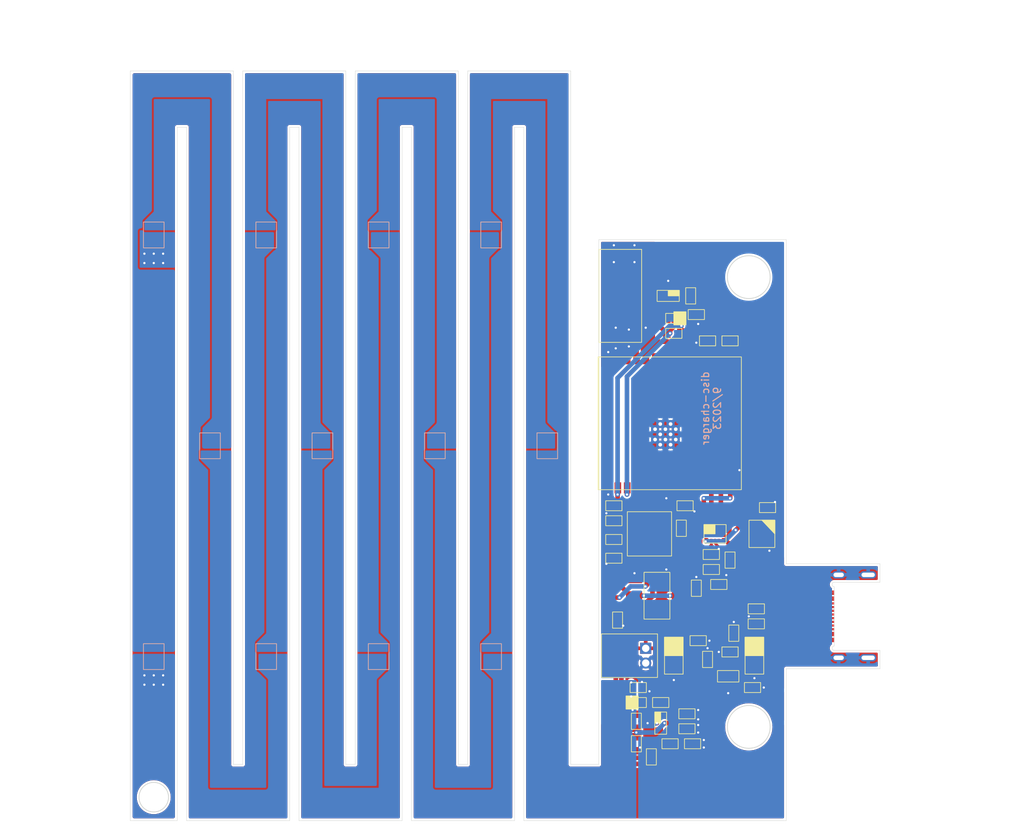
<source format=kicad_pcb>
(kicad_pcb (version 20221018) (generator pcbnew)
  (layers (0 "F.Cu" signal) (31 "B.Cu" signal) (34 "B.Paste" user) (35 "F.Paste" user) (36 "B.SilkS" user "B.Silkscreen") (37 "F.SilkS" user "F.Silkscreen") (38 "B.Mask" user) (39 "F.Mask" user) (44 "Edge.Cuts" user))
  (net 0 "")
  (net 1 "GND")
  (net 2 "+3V3")
  (net 3 "/Microcontroller/BTN")
  (net 4 "+5V")
  (net 5 "VBAT")
  (net 6 "Net-(D12-A)")
  (net 7 "/Microcontroller/IO0")
  (net 8 "/Microcontroller/RXD")
  (net 9 "/Microcontroller/TXD")
  (net 10 "Net-(D1-VP)")
  (net 11 "/Microcontroller/EN")
  (net 12 "Net-(U6-SW)")
  (net 13 "Net-(D11-A)")
  (net 14 "Net-(D13-A)")
  (net 15 "Net-(D17-K)")
  (net 16 "Net-(D10-A)")
  (net 17 "Net-(D10-K)")
  (net 18 "Net-(D11-K)")
  (net 19 "Net-(D12-K)")
  (net 20 "Net-(D13-K)")
  (net 21 "Net-(D14-K)")
  (net 22 "Net-(D15-K)")
  (net 23 "Net-(D16-K)")
  (net 24 "Net-(J1-P2)")
  (net 25 "Net-(J2-CC1)")
  (net 29 "Net-(J2-CC2)")
  (net 33 "Net-(U2-SCx)")
  (net 34 "Net-(U2-SDx)")
  (net 35 "Net-(U5-PROG)")
  (net 36 "/LEDs/CTRL")
  (net 37 "Net-(U6-OV)")
  (net 38 "Net-(U6-FB)")
  (net 39 "/LEDs/DIM")
  (net 40 "/Microcontroller/5V")
  (net 41 "/Microcontroller/BAT")
  (net 58 "/Microcontroller/NEOPIXEL")
  (net 59 "/Microcontroller/MISO")
  (net 60 "/Microcontroller/INT1")
  (net 61 "/Microcontroller/INT2")
  (net 64 "/Microcontroller/CS")
  (net 65 "/Microcontroller/SCLK")
  (net 66 "/Microcontroller/MOSI")
  (footprint "zandmd:AP3032KTR-G1" (layer "F.Cu") (at 173.482 139.192 -90)
    (fp_text reference "U6")
    (fp_text value "AP3032KTR-G1")
  )
  (footprint "zandmd:PASSIVE-NPOL-0805" (layer "F.Cu") (at 170.18 138.938 90)
    (fp_text reference "R13")
    (fp_text value "0")
  )
  (footprint "zandmd:PASSIVE-NPOL-0805" (layer "F.Cu") (at 176.276 112.776 -90)
    (fp_text reference "R6")
    (fp_text value "5.1k")
  )
  (footprint "zandmd:PASSIVE-NPOL-0805" (layer "F.Cu") (at 181.356 120.396 180)
    (fp_text reference "C7")
    (fp_text value "0.1 uF")
  )
  (footprint "zandmd:PASSIVE-NPOL-0805" (layer "F.Cu") (at 182.88 117.094 90)
    (fp_text reference "C6")
    (fp_text value "0.1 uF")
  )
  (footprint "zandmd:PASSIVE-NPOL-0805" (layer "F.Cu") (at 178.562 128.016 180)
    (fp_text reference "C11")
    (fp_text value "1 uF")
  )
  (footprint "zandmd:PASSIVE-NPOL-0805" (layer "F.Cu") (at 182.88 87.376)
    (fp_text reference "R4")
    (fp_text value "5.1k")
  )
  (footprint "zandmd:PASSIVE-NPOL-0805" (layer "F.Cu") (at 179.832 87.376)
    (fp_text reference "R3")
    (fp_text value "10k")
  )
  (footprint "zandmd:PASSIVE-NPOL-0805" (layer "F.Cu") (at 170.434 134.366 180)
    (fp_text reference "C13")
    (fp_text value "1 uF")
  )
  (footprint "zandmd:ESP32-WROOM-32E-N4" (layer "F.Cu") (at 165.1 98.552 90)
    (fp_text reference "U1")
    (fp_text value "ESP32-WROOM-32E-N4")
  )
  (footprint "zandmd:PASSIVE-NPOL-0805" (layer "F.Cu") (at 186.436 123.698)
    (fp_text reference "R10")
    (fp_text value "5.1k")
  )
  (footprint "zandmd:PASSIVE-NPOL-0805" (layer "F.Cu") (at 177.038 137.922 180)
    (fp_text reference "C15")
    (fp_text value "10 uF")
  )
  (footprint "zandmd:PASSIVE-POL-0805" (layer "F.Cu") (at 175.26 84.328 180)
    (fp_text reference "D2")
    (fp_text value "~")
  )
  (footprint "zandmd:PASSIVE-NPOL-0805" (layer "F.Cu") (at 187.96 109.982 180)
    (fp_text reference "C3")
    (fp_text value "0.1 uF")
  )
  (footprint "zandmd:PASSIVE-NPOL-0805" (layer "F.Cu") (at 173.482 136.398 180)
    (fp_text reference "L1")
    (fp_text value "6.8 uH")
  )
  (footprint "zandmd:CF25081D0R0-10-NH" (layer "F.Cu") (at 165.1 81.28 -90)
    (fp_text reference "J1")
    (fp_text value "CF25081D0R0-10-NH")
  )
  (footprint "zandmd:SMAJ5.0A" (layer "F.Cu") (at 175.26 130.048 -90)
    (fp_text reference "D3")
    (fp_text value "SMAJ5.0A")
  )
  (footprint "zandmd:PASSIVE-NPOL-0805" (layer "F.Cu") (at 174.752 141.986 180)
    (fp_text reference "R16")
    (fp_text value "5.1k")
  )
  (footprint "zandmd:LSM6DSOTR" (layer "F.Cu") (at 180.848 113.538)
    (fp_text reference "U2")
    (fp_text value "LSM6DSOTR")
  )
  (footprint "zandmd:PASSIVE-NPOL-0805" (layer "F.Cu") (at 167.132 111.76)
    (fp_text reference "C4")
    (fp_text value "22 uF")
  )
  (footprint "zandmd:PASSIVE-NPOL-0805" (layer "F.Cu") (at 180.34 116.332 180)
    (fp_text reference "R8")
    (fp_text value "10k")
  )
  (footprint "zandmd:PASSIVE-NPOL-0805" (layer "F.Cu") (at 183.388 127 -90)
    (fp_text reference "C10")
    (fp_text value "1 uF")
  )
  (footprint "zandmd:PASSIVE-NPOL-0805" (layer "F.Cu") (at 182.88 129.54)
    (fp_text reference "C12")
    (fp_text value "1 uF")
  )
  (footprint "zandmd:PASSIVE-NPOL-0805" (layer "F.Cu") (at 172.212 143.764 -90)
    (fp_text reference "R18")
    (fp_text value "100k")
  )
  (footprint "zandmd:PASSIVE-NPOL-0805" (layer "F.Cu") (at 167.132 116.84)
    (fp_text reference "C5")
    (fp_text value "0.1 uF")
  )
  (footprint "zandmd:PASSIVE-NPOL-0805" (layer "F.Cu") (at 177.546 81.28 -90)
    (fp_text reference "R1")
    (fp_text value "10k")
  )
  (footprint "zandmd:PASSIVE-NPOL-0805" (layer "F.Cu") (at 167.64 125.222 90)
    (fp_text reference "C9")
    (fp_text value "10 uF")
  )
  (footprint "zandmd:2659" (layer "F.Cu") (at 187.198 113.538 90)
    (fp_text reference "U3")
    (fp_text value "2659")
  )
  (footprint "zandmd:USB4520-03-0-A" (layer "F.Cu") (at 203.2 124.714 90)
    (fp_text reference "J2")
    (fp_text value "USB4520-03-0-A")
    (fp_line (start -4.62 0) (end -4.62 -6.2) (stroke (width 0.05)) (layer "Edge.Cuts"))
    (fp_line (start -4.02 -6.2) (end 4.02 -6.2) (stroke (width 0.05)) (layer "Edge.Cuts"))
    (fp_line (start 4.62 0) (end 4.62 -6.2) (stroke (width 0.05)) (layer "Edge.Cuts"))
    (fp_arc (start -4.62 -6.2) (mid -4.32 -6.5) (end -4.02 -6.2) (stroke (width 0.05)) (layer "Edge.Cuts"))
    (fp_arc (start 4.02 -6.2) (mid 4.32 -6.5) (end 4.62 -6.2) (stroke (width 0.05)) (layer "Edge.Cuts"))
  )
  (footprint "zandmd:AZ1117IH-3.3TRG1" (layer "F.Cu") (at 172.974 121.92 -90)
    (fp_text reference "U4")
    (fp_text value "AZ1117IH-3.3TRG1")
  )
  (footprint "zandmd:PASSIVE-NPOL-0805" (layer "F.Cu") (at 167.132 109.728)
    (fp_text reference "C2")
    (fp_text value "0.1 uF")
  )
  (footprint "zandmd:PTS645SM43SMTR92 LFS" (layer "F.Cu") (at 171.958 113.538 90)
    (fp_text reference "S1")
    (fp_text value "PTS645SM43SMTR92 LFS")
  )
  (footprint "zandmd:PASSIVE-NPOL-0805" (layer "F.Cu") (at 180.34 118.364 180)
    (fp_text reference "R9")
    (fp_text value "10k")
  )
  (footprint "zandmd:PASSIVE-POL-0805" (layer "F.Cu") (at 170.434 136.398)
    (fp_text reference "D5")
    (fp_text value "~")
  )
  (footprint "zandmd:PASSIVE-NPOL-0805" (layer "F.Cu") (at 167.132 114.3 180)
    (fp_text reference "R7")
    (fp_text value "10k")
  )
  (footprint "zandmd:PASSIVE-NPOL-0805" (layer "F.Cu") (at 179.832 130.556 -90)
    (fp_text reference "R12")
    (fp_text value "2.7k")
  )
  (footprint "zandmd:SMAJ5.0A" (layer "F.Cu") (at 186.182 130.048 -90)
    (fp_text reference "D4")
    (fp_text value "SMAJ5.0A")
  )
  (footprint "zandmd:PASSIVE-NPOL-0805" (layer "F.Cu") (at 175.26 86.36)
    (fp_text reference "R2")
    (fp_text value "10k")
  )
  (footprint "zandmd:PASSIVE-NPOL-0805" (layer "F.Cu") (at 186.436 125.73)
    (fp_text reference "R11")
    (fp_text value "5.1k")
  )
  (footprint "zandmd:PASSIVE-NPOL-0805" (layer "F.Cu") (at 170.18 141.986 90)
    (fp_text reference "R15")
    (fp_text value "R")
  )
  (footprint "zandmd:PASSIVE-NPOL-0805" (layer "F.Cu") (at 177.8 141.986 180)
    (fp_text reference "R17")
    (fp_text value "3.6")
  )
  (footprint "zandmd:PASSIVE-NPOL-0805" (layer "F.Cu") (at 178.308 83.82 180)
    (fp_text reference "C1")
    (fp_text value "1 uF")
  )
  (footprint "zandmd:PASSIVE-NPOL-0805" (layer "F.Cu") (at 177.038 139.954 180)
    (fp_text reference "R14")
    (fp_text value "100k")
  )
  (footprint "zandmd:PASSIVE-NPOL-0805" (layer "F.Cu") (at 185.928 134.366 180)
    (fp_text reference "C14")
    (fp_text value "1 uF")
  )
  (footprint "zandmd:S2B-PH-K-S" (layer "F.Cu") (at 171.45 130.048 90)
    (fp_text reference "J3")
    (fp_text value "S2B-PH-K-S")
  )
  (footprint "zandmd:MCP73812T-420IOT" (layer "F.Cu") (at 182.626 132.842)
    (fp_text reference "U5")
    (fp_text value "MCP73812T-420I/OT")
  )
  (footprint "zandmd:PASSIVE-NPOL-0805" (layer "F.Cu") (at 176.784 109.728 180)
    (fp_text reference "R5")
    (fp_text value "10k")
  )
  (footprint "zandmd:CM1293A-04SO" (layer "F.Cu") (at 174.498 81.28 180)
    (fp_text reference "D1")
    (fp_text value "CM1293A-04SO")
  )
  (footprint "zandmd:PASSIVE-NPOL-0805" (layer "F.Cu") (at 178.308 120.904 -90)
    (fp_text reference "C8")
    (fp_text value "22 uF")
  )
  (footprint "zandmd:PASSIVE-POL-LED-153283367A212" (layer "B.Cu") (at 150.495 73.025 90)
    (fp_text reference "D6")
    (fp_text value "153283367A212")
  )
  (footprint "zandmd:PASSIVE-POL-LED-153283367A212" (layer "B.Cu") (at 150.495 130.175 90)
    (fp_text reference "D14")
    (fp_text value "153283367A212")
  )
  (footprint "zandmd:PASSIVE-POL-LED-153283367A212" (layer "B.Cu") (at 120.015 130.175 90)
    (fp_text reference "D16")
    (fp_text value "153283367A212")
  )
  (footprint "zandmd:PASSIVE-POL-LED-153283367A212" (layer "B.Cu") (at 142.875 101.6 -90)
    (fp_text reference "D11")
    (fp_text value "153283367A212")
  )
  (footprint "zandmd:PASSIVE-POL-LED-153283367A212" (layer "B.Cu") (at 127.635 101.6 -90)
    (fp_text reference "D12")
    (fp_text value "153283367A212")
  )
  (footprint "zandmd:PASSIVE-POL-LED-153283367A212" (layer "B.Cu") (at 135.255 73.025 90)
    (fp_text reference "D7")
    (fp_text value "153283367A212")
  )
  (footprint "zandmd:PASSIVE-POL-LED-153283367A212" (layer "B.Cu") (at 104.775 130.175 90)
    (fp_text reference "D17")
    (fp_text value "153283367A212")
  )
  (footprint "zandmd:PASSIVE-POL-LED-153283367A212" (layer "B.Cu") (at 120.015 73.025 90)
    (fp_text reference "D8")
    (fp_text value "153283367A212")
  )
  (footprint "zandmd:PASSIVE-POL-LED-153283367A212" (layer "B.Cu") (at 112.395 101.6 -90)
    (fp_text reference "D13")
    (fp_text value "153283367A212")
  )
  (footprint "zandmd:PASSIVE-POL-LED-153283367A212" (layer "B.Cu") (at 135.255 130.175 90)
    (fp_text reference "D15")
    (fp_text value "153283367A212")
  )
  (footprint "zandmd:PASSIVE-POL-LED-153283367A212" (layer "B.Cu") (at 104.775 73.025 90)
    (fp_text reference "D9")
    (fp_text value "153283367A212")
  )
  (footprint "zandmd:PASSIVE-POL-LED-153283367A212" (layer "B.Cu") (at 158.115 101.6 -90)
    (fp_text reference "D10")
    (fp_text value "153283367A212")
  )
  (gr_line (start 116.84 50.8) (end 130.81 50.8) (stroke (width 0.05)) (layer "Edge.Cuts"))
  (gr_line (start 161.29 144.78) (end 165.1 144.78) (stroke (width 0.05)) (layer "Edge.Cuts"))
  (gr_line (start 190.5 152.4) (end 190.5 131.826) (stroke (width 0.05)) (layer "Edge.Cuts"))
  (gr_line (start 190.5 117.602) (end 190.5 73.66) (stroke (width 0.05)) (layer "Edge.Cuts"))
  (gr_line (start 109.22 58.42) (end 107.95 58.42) (stroke (width 0.05)) (layer "Edge.Cuts"))
  (gr_line (start 153.67 152.4) (end 153.67 58.42) (stroke (width 0.05)) (layer "Edge.Cuts"))
  (gr_line (start 203.2 131.826) (end 190.5 131.826) (stroke (width 0.05)) (layer "Edge.Cuts"))
  (gr_line (start 132.08 144.78) (end 132.08 50.8) (stroke (width 0.05)) (layer "Edge.Cuts"))
  (gr_line (start 203.2 129.334) (end 203.2 131.826) (stroke (width 0.05)) (layer "Edge.Cuts"))
  (gr_circle (center 185.42 78.74) (end 188.32 78.74) (stroke (width 0.1)) (fill none) (layer "Edge.Cuts"))
  (gr_line (start 109.22 152.4) (end 123.19 152.4) (stroke (width 0.05)) (layer "Edge.Cuts"))
  (gr_line (start 139.7 152.4) (end 153.67 152.4) (stroke (width 0.05)) (layer "Edge.Cuts"))
  (gr_line (start 165.1 73.66) (end 165.1 144.78) (stroke (width 0.05)) (layer "Edge.Cuts"))
  (gr_line (start 124.46 58.42) (end 124.46 152.4) (stroke (width 0.05)) (layer "Edge.Cuts"))
  (gr_line (start 139.7 58.42) (end 139.7 152.4) (stroke (width 0.05)) (layer "Edge.Cuts"))
  (gr_line (start 146.05 144.78) (end 147.32 144.78) (stroke (width 0.05)) (layer "Edge.Cuts"))
  (gr_line (start 101.6 152.4) (end 107.95 152.4) (stroke (width 0.05)) (layer "Edge.Cuts"))
  (gr_line (start 124.46 152.4) (end 138.43 152.4) (stroke (width 0.05)) (layer "Edge.Cuts"))
  (gr_circle (center 104.775 149.225) (end 106.775 149.225) (stroke (width 0.1)) (fill none) (layer "Edge.Cuts"))
  (gr_line (start 161.29 50.8) (end 161.29 144.78) (stroke (width 0.05)) (layer "Edge.Cuts"))
  (gr_line (start 115.57 144.78) (end 116.84 144.78) (stroke (width 0.05)) (layer "Edge.Cuts"))
  (gr_line (start 123.19 58.42) (end 124.46 58.42) (stroke (width 0.05)) (layer "Edge.Cuts"))
  (gr_line (start 130.81 144.78) (end 132.08 144.78) (stroke (width 0.05)) (layer "Edge.Cuts"))
  (gr_line (start 203.2 117.602) (end 190.5 117.602) (stroke (width 0.05)) (layer "Edge.Cuts"))
  (gr_line (start 107.95 152.4) (end 107.95 58.42) (stroke (width 0.05)) (layer "Edge.Cuts"))
  (gr_line (start 101.6 152.4) (end 101.6 50.8) (stroke (width 0.05)) (layer "Edge.Cuts"))
  (gr_line (start 132.08 50.8) (end 146.05 50.8) (stroke (width 0.05)) (layer "Edge.Cuts"))
  (gr_line (start 115.57 50.8) (end 115.57 144.78) (stroke (width 0.05)) (layer "Edge.Cuts"))
  (gr_line (start 203.2 120.094) (end 203.2 117.602) (stroke (width 0.05)) (layer "Edge.Cuts"))
  (gr_line (start 147.32 144.78) (end 147.32 50.8) (stroke (width 0.05)) (layer "Edge.Cuts"))
  (gr_line (start 130.81 50.8) (end 130.81 144.78) (stroke (width 0.05)) (layer "Edge.Cuts"))
  (gr_line (start 101.6 50.8) (end 115.57 50.8) (stroke (width 0.05)) (layer "Edge.Cuts"))
  (gr_line (start 123.19 152.4) (end 123.19 58.42) (stroke (width 0.05)) (layer "Edge.Cuts"))
  (gr_line (start 116.84 144.78) (end 116.84 50.8) (stroke (width 0.05)) (layer "Edge.Cuts"))
  (gr_line (start 146.05 50.8) (end 146.05 144.78) (stroke (width 0.05)) (layer "Edge.Cuts"))
  (gr_line (start 138.43 58.42) (end 139.7 58.42) (stroke (width 0.05)) (layer "Edge.Cuts"))
  (gr_circle (center 185.42 139.7) (end 188.32 139.7) (stroke (width 0.1)) (fill none) (layer "Edge.Cuts"))
  (gr_line (start 138.43 152.4) (end 138.43 58.42) (stroke (width 0.05)) (layer "Edge.Cuts"))
  (gr_line (start 190.5 73.66) (end 165.1 73.66) (stroke (width 0.05)) (layer "Edge.Cuts"))
  (gr_line (start 154.94 58.42) (end 154.94 152.4) (stroke (width 0.05)) (layer "Edge.Cuts"))
  (gr_line (start 153.67 58.42) (end 154.94 58.42) (stroke (width 0.05)) (layer "Edge.Cuts"))
  (gr_line (start 109.22 58.42) (end 109.22 152.4) (stroke (width 0.05)) (layer "Edge.Cuts"))
  (gr_line (start 154.94 152.4) (end 190.5 152.4) (stroke (width 0.05)) (layer "Edge.Cuts"))
  (gr_line (start 147.32 50.8) (end 161.29 50.8) (stroke (width 0.05)) (layer "Edge.Cuts"))
  (gr_text "disc-charger\n9/2023" (at 180.34 96.52 90) (layer "B.SilkS") (effects (font (size 1 1) (thickness 0.153)) (justify mirror)))
  (segment (start 181.2905 116.332) (end 181.2905 115.6355) (width 0.625) (layer "F.Cu") (net 1))
  (segment (start 166.116 110.744) (end 166.116 109.7935) (width 0.625) (layer "F.Cu") (net 1))
  (segment (start 180.848 114.498) (end 180.848 114.808) (width 0.35) (layer "F.Cu") (net 1))
  (segment (start 180.086 128.016) (end 179.5125 128.016) (width 0.625) (layer "F.Cu") (net 1))
  (segment (start 166.116 111.6945) (end 166.1815 111.76) (width 0.625) (layer "F.Cu") (net 1))
  (segment (start 182.626 134.142) (end 182.626 135.077795) (width 0.625) (layer "F.Cu") (net 1))
  (segment (start 186.182 133.096) (end 186.182 132.148) (width 0.625) (layer "F.Cu") (net 1))
  (segment (start 180.848 114.808) (end 181.356 115.316) (width 0.35) (layer "F.Cu") (net 1))
  (segment (start 166.37 108.204) (end 166.37 107.332) (width 0.625) (layer "F.Cu") (net 1))
  (segment (start 168.402 125.984) (end 167.8285 125.984) (width 0.625) (layer "F.Cu") (net 1))
  (segment (start 166.37 107.332) (end 166.4 107.302) (width 0.625) (layer "F.Cu") (net 1))
  (segment (start 166.116 109.7935) (end 166.1815 109.728) (width 0.625) (layer "F.Cu") (net 1))
  (segment (start 171.35 85.498) (end 171.45 85.598) (width 0.625) (layer "F.Cu") (net 1))
  (segment (start 166.37 109.5395) (end 166.1815 109.728) (width 0.625) (layer "F.Cu") (net 1))
  (segment (start 187.452 134.366) (end 186.8785 134.366) (width 0.625) (layer "F.Cu") (net 1))
  (segment (start 171.704 139.192) (end 172.382 139.192) (width 0.625) (layer "F.Cu") (net 1))
  (segment (start 181.348 114.498) (end 180.848 114.498) (width 0.35) (layer "F.Cu") (net 1))
  (segment (start 174.498 80.08) (end 174.498 79.248) (width 0.625) (layer "F.Cu") (net 1))
  (segment (start 182.372 119.126) (end 182.0525 119.126) (width 0.625) (layer "F.Cu") (net 1))
  (segment (start 181.61 118.0445) (end 181.2905 118.364) (width 0.625) (layer "F.Cu") (net 1))
  (segment (start 179.2585 84.3935) (end 178.562 85.09) (width 0.625) (layer "F.Cu") (net 1))
  (segment (start 181.356 115.316) (end 181.356 115.57) (width 0.35) (layer "F.Cu") (net 1))
  (segment (start 179.2585 83.82) (end 179.2585 84.3935) (width 0.625) (layer "F.Cu") (net 1))
  (segment (start 172.974 139.192) (end 172.382 139.192) (width 0.625) (layer "F.Cu") (net 1))
  (segment (start 181.2905 118.364) (end 181.2905 116.332) (width 0.625) (layer "F.Cu") (net 1))
  (segment (start 182.0525 119.126) (end 181.2905 118.364) (width 0.625) (layer "F.Cu") (net 1))
  (segment (start 182.88 118.0445) (end 181.61 118.0445) (width 0.625) (layer "F.Cu") (net 1))
  (segment (start 181.2905 115.6355) (end 181.356 115.57) (width 0.625) (layer "F.Cu") (net 1))
  (segment (start 166.37 108.204) (end 166.37 109.5395) (width 0.625) (layer "F.Cu") (net 1))
  (segment (start 182.3065 119.38) (end 182.372 119.4455) (width 0.625) (layer "F.Cu") (net 1))
  (segment (start 182.3065 120.396) (end 182.3065 119.38) (width 0.625) (layer "F.Cu") (net 1))
  (segment (start 166.116 110.744) (end 166.116 111.6945) (width 0.625) (layer "F.Cu") (net 1))
  (segment (start 185.4855 125.73) (end 185.4855 123.698) (width 0.625) (layer "F.Cu") (net 1))
  (segment (start 171.35 84.78) (end 171.35 85.498) (width 0.625) (layer "F.Cu") (net 1))
  (segment (start 167.8285 125.984) (end 167.64 126.1725) (width 0.625) (layer "F.Cu") (net 1))
  (segment (start 182.372 119.4455) (end 182.372 119.126) (width 0.625) (layer "F.Cu") (net 1))
  (segment (start 179.832 129.032) (end 179.832 129.6055) (width 0.625) (layer "F.Cu") (net 1))
  (segment (start 183.388 125.476) (end 183.388 126.0495) (width 0.625) (layer "F.Cu") (net 1))
  (segment (start 181.356 129.54) (end 181.9295 129.54) (width 0.625) (layer "F.Cu") (net 1))
  (segment (start 175.26 133.35) (end 175.26 132.402) (width 0.625) (layer "F.Cu") (net 1))
  (via (at 166.116 110.744) (size 0.5) (drill 0.3) (layers "F.Cu" "B.Cu") (net 1))
  (via (at 171.704 139.192) (size 0.5) (drill 0.3) (layers "F.Cu" "B.Cu") (net 1))
  (via (at 174.498 79.248) (size 0.5) (drill 0.3) (layers "F.Cu" "B.Cu") (net 1))
  (via (at 167.386 88.392) (size 0.5) (drill 0.3) (layers "F.Cu" "B.Cu") (net 1))
  (via (at 169.164 88.138) (size 0.5) (drill 0.3) (layers "F.Cu" "B.Cu") (net 1))
  (via (at 169.926 74.422) (size 0.5) (drill 0.3) (layers "F.Cu" "B.Cu") (net 1))
  (via (at 171.45 85.598) (size 0.5) (drill 0.3) (layers "F.Cu" "B.Cu") (net 1))
  (via (at 183.388 125.476) (size 0.5) (drill 0.3) (layers "F.Cu" "B.Cu") (net 1))
  (via (at 182.372 119.126) (size 0.5) (drill 0.3) (layers "F.Cu" "B.Cu") (net 1))
  (via (at 184.15 104.902) (size 0.5) (drill 0.3) (layers "F.Cu" "B.Cu") (net 1))
  (via (at 185.42 124.714) (size 0.5) (drill 0.3) (layers "F.Cu" "B.Cu") (net 1))
  (via (at 170.942 133.604) (size 0.5) (drill 0.3) (layers "F.Cu" "B.Cu") (net 1))
  (via (at 169.926 118.872) (size 0.5) (drill 0.3) (layers "F.Cu" "B.Cu") (net 1))
  (via (at 178.562 139.446) (size 0.5) (drill 0.3) (layers "F.Cu" "B.Cu") (net 1))
  (via (at 167.132 74.422) (size 0.5) (drill 0.3) (layers "F.Cu" "B.Cu") (net 1))
  (via (at 171.958 134.874) (size 0.5) (drill 0.3) (layers "F.Cu" "B.Cu") (net 1))
  (via (at 178.308 119.38) (size 0.5) (drill 0.3) (layers "F.Cu" "B.Cu") (net 1))
  (via (at 169.926 76.708) (size 0.5) (drill 0.3) (layers "F.Cu" "B.Cu") (net 1))
  (via (at 181.356 115.57) (size 0.5) (drill 0.3) (layers "F.Cu" "B.Cu") (net 1))
  (via (at 179.324 142.494) (size 0.5) (drill 0.3) (layers "F.Cu" "B.Cu") (net 1))
  (via (at 178.562 137.414) (size 0.5) (drill 0.3) (layers "F.Cu" "B.Cu") (net 1))
  (via (at 179.832 129.032) (size 0.5) (drill 0.3) (layers "F.Cu" "B.Cu") (net 1))
  (via (at 188.976 109.22) (size 0.5) (drill 0.3) (layers "F.Cu" "B.Cu") (net 1))
  (via (at 168.402 125.984) (size 0.5) (drill 0.3) (layers "F.Cu" "B.Cu") (net 1))
  (via (at 172.974 139.192) (size 0.5) (drill 0.3) (layers "F.Cu" "B.Cu") (net 1))
  (via (at 174.244 108.712) (size 0.5) (drill 0.3) (layers "F.Cu" "B.Cu") (net 1))
  (via (at 180.086 128.016) (size 0.5) (drill 0.3) (layers "F.Cu" "B.Cu") (net 1))
  (via (at 179.324 141.478) (size 0.5) (drill 0.3) (layers "F.Cu" "B.Cu") (net 1))
  (via (at 167.132 76.708) (size 0.5) (drill 0.3) (layers "F.Cu" "B.Cu") (net 1))
  (via (at 188.214 115.824) (size 0.5) (drill 0.3) (layers "F.Cu" "B.Cu") (net 1))
  (via (at 178.562 140.462) (size 0.5) (drill 0.3) (layers "F.Cu" "B.Cu") (net 1))
  (via (at 178.308 87.63) (size 0.5) (drill 0.3) (layers "F.Cu" "B.Cu") (net 1))
  (via (at 169.164 85.852) (size 0.5) (drill 0.3) (layers "F.Cu" "B.Cu") (net 1))
  (via (at 170.688 142.494) (size 0.5) (drill 0.3) (layers "F.Cu" "B.Cu") (net 1))
  (via (at 181.356 129.54) (size 0.5) (drill 0.3) (layers "F.Cu" "B.Cu") (net 1))
  (via (at 178.562 138.684) (size 0.5) (drill 0.3) (layers "F.Cu" "B.Cu") (net 1))
  (via (at 174.244 118.364) (size 0.5) (drill 0.3) (layers "F.Cu" "B.Cu") (net 1))
  (via (at 166.37 108.204) (size 0.5) (drill 0.3) (layers "F.Cu" "B.Cu") (net 1))
  (via (at 178.562 85.09) (size 0.5) (drill 0.3) (layers "F.Cu" "B.Cu") (net 1))
  (via (at 166.116 117.602) (size 0.5) (drill 0.3) (layers "F.Cu" "B.Cu") (net 1))
  (via (at 178.054 110.49) (size 0.5) (drill 0.3) (layers "F.Cu" "B.Cu") (net 1))
  (via (at 166.37 88.9) (size 0.5) (drill 0.3) (layers "F.Cu" "B.Cu") (net 1))
  (via (at 187.452 134.366) (size 0.5) (drill 0.3) (layers "F.Cu" "B.Cu") (net 1))
  (via (at 175.26 133.35) (size 0.5) (drill 0.3) (layers "F.Cu" "B.Cu") (net 1))
  (via (at 186.182 133.096) (size 0.5) (drill 0.3) (layers "F.Cu" "B.Cu") (net 1))
  (via (at 182.626 135.128) (size 0.5) (drill 0.3) (layers "F.Cu" "B.Cu") (net 1))
  (via (at 167.386 85.598) (size 0.5) (drill 0.3) (layers "F.Cu" "B.Cu") (net 1))
  (segment (start 182.2718 114.4025) (end 182.058 114.4025) (width 0.625) (layer "F.Cu") (net 2))
  (segment (start 167.1352 115.2537) (end 167.1352 119.6812) (width 0.625) (layer "F.Cu") (net 2))
  (segment (start 186.1027 111.788) (end 182.88 115.0107) (width 0.625) (layer "F.Cu") (net 2))
  (segment (start 182.88 115.0107) (end 182.2718 114.4025) (width 0.625) (layer "F.Cu") (net 2))
  (segment (start 168.0825 111.76) (end 168.0825 112.399) (width 0.625) (layer "F.Cu") (net 2))
  (segment (start 178.947 121.8545) (end 180.4055 120.396) (width 0.625) (layer "F.Cu") (net 2))
  (segment (start 176.2105 85.4095) (end 176.276 85.344) (width 0.625) (layer "F.Cu") (net 2))
  (segment (start 167.64 108.204) (end 167.64 109.2855) (width 0.625) (layer "F.Cu") (net 2))
  (segment (start 184.01025 117.27375) (end 182.88 116.1435) (width 0.625) (layer "F.Cu") (net 2))
  (segment (start 186.323 110.6685) (end 187.0095 109.982) (width 0.625) (layer "F.Cu") (net 2))
  (segment (start 168.0825 112.399) (end 166.1815 114.3) (width 0.625) (layer "F.Cu") (net 2))
  (segment (start 167.1352 119.6812) (end 169.374 121.92) (width 0.625) (layer "F.Cu") (net 2))
  (segment (start 176.074 121.92) (end 178.2425 121.92) (width 0.625) (layer "F.Cu") (net 2))
  (segment (start 180.3432 115.2275) (end 180.348 115.2275) (width 0.625) (layer "F.Cu") (net 2))
  (segment (start 176.2105 86.36) (end 176.2105 85.4095) (width 0.625) (layer "F.Cu") (net 2))
  (segment (start 184.01025 120.7698) (end 184.01025 117.27375) (width 0.625) (layer "F.Cu") (net 2))
  (segment (start 186.323 111.788) (end 186.1027 111.788) (width 0.625) (layer "F.Cu") (net 2))
  (segment (start 176.2105 84.328) (end 176.8495 84.328) (width 0.625) (layer "F.Cu") (net 2))
  (segment (start 181.3592 121.52625) (end 183.2538 121.52625) (width 0.625) (layer "F.Cu") (net 2))
  (segment (start 169.374 121.92) (end 169.874 121.92) (width 0.625) (layer "F.Cu") (net 2))
  (segment (start 178.2425 121.92) (end 178.308 121.8545) (width 0.625) (layer "F.Cu") (net 2))
  (segment (start 167.64 109.2855) (end 168.0825 109.728) (width 0.625) (layer "F.Cu") (net 2))
  (segment (start 169.874 121.92) (end 171.196 121.92) (width 0.625) (layer "F.Cu") (net 2))
  (segment (start 180.4055 120.396) (end 180.4055 120.57255) (width 0.625) (layer "F.Cu") (net 2))
  (segment (start 178.308 121.8545) (end 178.947 121.8545) (width 0.625) (layer "F.Cu") (net 2))
  (segment (start 167.67 108.174) (end 167.64 108.204) (width 0.625) (layer "F.Cu") (net 2))
  (segment (start 176.276 85.344) (end 176.2105 85.2785) (width 0.625) (layer "F.Cu") (net 2))
  (segment (start 180.348 114.498) (end 180.348 115.2275) (width 0.35) (layer "F.Cu") (net 2))
  (segment (start 186.323 111.788) (end 186.323 110.6685) (width 0.625) (layer "F.Cu") (net 2))
  (segment (start 174.752 121.92) (end 176.074 121.92) (width 0.625) (layer "F.Cu") (net 2))
  (segment (start 166.1815 114.3) (end 167.1352 115.2537) (width 0.625) (layer "F.Cu") (net 2))
  (segment (start 182.88 116.1435) (end 182.88 115.0107) (width 0.625) (layer "F.Cu") (net 2))
  (segment (start 177.3575 82.419) (end 177.546 82.2305) (width 0.625) (layer "F.Cu") (net 2))
  (segment (start 176.2105 85.2785) (end 176.2105 84.328) (width 0.625) (layer "F.Cu") (net 2))
  (segment (start 180.4055 120.57255) (end 181.3592 121.52625) (width 0.625) (layer "F.Cu") (net 2))
  (segment (start 167.67 107.302) (end 167.67 108.174) (width 0.625) (layer "F.Cu") (net 2))
  (segment (start 168.0825 109.728) (end 168.0825 111.76) (width 0.625) (layer "F.Cu") (net 2))
  (segment (start 177.3575 83.82) (end 177.3575 82.419) (width 0.625) (layer "F.Cu") (net 2))
  (segment (start 180.4055 120.396) (end 180.3432 120.3337) (width 0.625) (layer "F.Cu") (net 2))
  (segment (start 176.8495 84.328) (end 177.3575 83.82) (width 0.625) (layer "F.Cu") (net 2))
  (segment (start 180.3432 120.3337) (end 180.3432 115.2275) (width 0.625) (layer "F.Cu") (net 2))
  (segment (start 183.2538 121.52625) (end 184.01025 120.7698) (width 0.625) (layer "F.Cu") (net 2))
  (via (at 176.276 85.344) (size 0.5) (drill 0.3) (layers "F.Cu" "B.Cu") (net 2))
  (via (at 167.64 108.204) (size 0.5) (drill 0.3) (layers "F.Cu" "B.Cu") (net 2))
  (via (at 171.196 121.92) (size 0.5) (drill 0.3) (layers "F.Cu" "B.Cu") (net 2))
  (via (at 174.752 121.92) (size 0.5) (drill 0.3) (layers "F.Cu" "B.Cu") (net 2))
  (segment (start 174.704512 85.344) (end 167.64 92.408512) (width 0.625) (layer "B.Cu") (net 2))
  (segment (start 176.276 85.344) (end 174.704512 85.344) (width 0.625) (layer "B.Cu") (net 2))
  (segment (start 167.64 92.408512) (end 167.64 108.204) (width 0.625) (layer "B.Cu") (net 2))
  (segment (start 171.196 121.92) (end 174.752 121.92) (width 0.625) (layer "B.Cu") (net 2))
  (segment (start 169.708 109.563) (end 169.708 114.3) (width 0.625) (layer "F.Cu") (net 3))
  (segment (start 169.454 116.84) (end 169.708 116.586) (width 0.625) (layer "F.Cu") (net 3))
  (segment (start 168.0825 114.3) (end 169.708 114.3) (width 0.625) (layer "F.Cu") (net 3))
  (segment (start 170.21 107.302) (end 170.21 109.061) (width 0.625) (layer "F.Cu") (net 3))
  (segment (start 168.0825 116.84) (end 169.454 116.84) (width 0.625) (layer "F.Cu") (net 3))
  (segment (start 169.708 116.586) (end 169.708 117.513) (width 0.625) (layer "F.Cu") (net 3))
  (segment (start 169.708 114.3) (end 169.708 116.586) (width 0.625) (layer "F.Cu") (net 3))
  (segment (start 170.21 109.061) (end 169.708 109.563) (width 0.625) (layer "F.Cu") (net 3))
  (segment (start 183.56455 127.9505) (end 184.51825 126.9968) (width 0.625) (layer "F.Cu") (net 4))
  (segment (start 184.51825 126.9968) (end 184.51825 121.325288) (width 0.625) (layer "F.Cu") (net 4))
  (segment (start 189.8578 115.985738) (end 184.912 120.931538) (width 0.625) (layer "F.Cu") (net 4))
  (segment (start 188.7088 92.820335) (end 188.7088 107.696) (width 0.625) (layer "F.Cu") (net 4))
  (segment (start 183.388 127.9505) (end 183.56455 127.9505) (width 0.625) (layer "F.Cu") (net 4))
  (segment (start 186.182 127.948) (end 186.436 127.694) (width 0.625) (layer "F.Cu") (net 4))
  (segment (start 183.8305 87.942035) (end 188.7088 92.820335) (width 0.625) (layer "F.Cu") (net 4))
  (segment (start 183.3905 127.948) (end 183.388 127.9505) (width 0.625) (layer "F.Cu") (net 4))
  (segment (start 188.7088 107.696) (end 189.8578 108.845) (width 0.625) (layer "F.Cu") (net 4))
  (segment (start 189.8578 108.845) (end 189.8578 115.985738) (width 0.625) (layer "F.Cu") (net 4))
  (segment (start 184.51825 121.325288) (end 184.912 120.931538) (width 0.625) (layer "F.Cu") (net 4))
  (segment (start 183.8305 87.376) (end 183.8305 87.942035) (width 0.625) (layer "F.Cu") (net 4))
  (segment (start 175.7675 138.242) (end 176.0875 137.922) (width 0.625) (layer "F.Cu") (net 5))
  (segment (start 184.7535 134.142) (end 184.9775 134.366) (width 0.35) (layer "F.Cu") (net 5))
  (segment (start 174.582 136.5475) (end 174.4325 136.398) (width 0.625) (layer "F.Cu") (net 5))
  (segment (start 174.582 138.242) (end 175.7675 138.242) (width 0.625) (layer "F.Cu") (net 5))
  (segment (start 183.576 134.142) (end 184.7535 134.142) (width 0.35) (layer "F.Cu") (net 5))
  (segment (start 174.582 138.242) (end 174.582 136.5475) (width 0.625) (layer "F.Cu") (net 5))
  (segment (start 167.6915 124.22) (end 167.64 124.2715) (width 0.625) (layer "F.Cu") (net 5))
  (segment (start 175.448 78.955) (end 175.448 80.08) (width 0.625) (layer "F.Cu") (net 7))
  (segment (start 175.448 80.08) (end 177.2965 80.08) (width 0.625) (layer "F.Cu") (net 7))
  (segment (start 178.909039 80.3295) (end 182.88 84.300461) (width 0.625) (layer "F.Cu") (net 7))
  (segment (start 182.88 89.772) (end 182.91 89.802) (width 0.625) (layer "F.Cu") (net 7))
  (segment (start 174.273 77.78) (end 175.448 78.955) (width 0.625) (layer "F.Cu") (net 7))
  (segment (start 171.35 77.78) (end 174.273 77.78) (width 0.625) (layer "F.Cu") (net 7))
  (segment (start 177.546 80.3295) (end 178.909039 80.3295) (width 0.625) (layer "F.Cu") (net 7))
  (segment (start 177.2965 80.08) (end 177.546 80.3295) (width 0.625) (layer "F.Cu") (net 7))
  (segment (start 182.88 84.300461) (end 182.88 89.772) (width 0.625) (layer "F.Cu") (net 7))
  (segment (start 178.308 86.106) (end 176.92375 87.49025) (width 0.625) (layer "F.Cu") (net 8))
  (segment (start 176.16495 81.2832) (end 178.79925 81.2832) (width 0.625) (layer "F.Cu") (net 8))
  (segment (start 179.05005 86.106) (end 178.308 86.106) (width 0.625) (layer "F.Cu") (net 8))
  (segment (start 178.79925 81.2832) (end 180.2058 82.68975) (width 0.625) (layer "F.Cu") (net 8))
  (segment (start 171.35 80.78) (end 172.848 80.78) (width 0.625) (layer "F.Cu") (net 8))
  (segment (start 172.98275 87.49025) (end 171.48 88.993) (width 0.625) (layer "F.Cu") (net 8))
  (segment (start 175.90125 81.0195) (end 176.16495 81.2832) (width 0.625) (layer "F.Cu") (net 8))
  (segment (start 173.0875 81.0195) (end 175.90125 81.0195) (width 0.625) (layer "F.Cu") (net 8))
  (segment (start 172.848 80.78) (end 173.0875 81.0195) (width 0.625) (layer "F.Cu") (net 8))
  (segment (start 176.92375 87.49025) (end 172.98275 87.49025) (width 0.625) (layer "F.Cu") (net 8))
  (segment (start 171.48 88.993) (end 171.48 89.802) (width 0.625) (layer "F.Cu") (net 8))
  (segment (start 172.848 80.78) (end 173.548 80.08) (width 0.625) (layer "F.Cu") (net 8))
  (segment (start 180.2058 84.95025) (end 179.05005 86.106) (width 0.625) (layer "F.Cu") (net 8))
  (segment (start 180.2058 82.68975) (end 180.2058 84.95025) (width 0.625) (layer "F.Cu") (net 8))
  (segment (start 170.21 89.802) (end 170.21 82.091) (width 0.625) (layer "F.Cu") (net 9))
  (segment (start 170.21 82.091) (end 170.521 81.78) (width 0.625) (layer "F.Cu") (net 9))
  (segment (start 170.521 81.78) (end 171.35 81.78) (width 0.625) (layer "F.Cu") (net 9))
  (segment (start 172.848 81.78) (end 173.548 82.48) (width 0.625) (layer "F.Cu") (net 9))
  (segment (start 171.35 81.78) (end 172.848 81.78) (width 0.625) (layer "F.Cu") (net 9))
  (segment (start 174.498 84.1395) (end 174.498 82.48) (width 0.625) (layer "F.Cu") (net 10))
  (segment (start 172.119 82.78) (end 173.667 84.328) (width 0.625) (layer "F.Cu") (net 10))
  (segment (start 174.3095 84.328) (end 174.498 84.1395) (width 0.625) (layer "F.Cu") (net 10))
  (segment (start 171.35 82.78) (end 172.119 82.78) (width 0.625) (layer "F.Cu") (net 10))
  (segment (start 173.667 84.328) (end 174.3095 84.328) (width 0.625) (layer "F.Cu") (net 10))
  (segment (start 172.4395 84.163988) (end 172.4395 84.49) (width 0.625) (layer "F.Cu") (net 11))
  (segment (start 172.055512 83.78) (end 172.4395 84.163988) (width 0.625) (layer "F.Cu") (net 11))
  (segment (start 172.4395 84.49) (end 174.3095 86.36) (width 0.625) (layer "F.Cu") (net 11))
  (segment (start 175.2568 85.45825) (end 174.752 85.96305) (width 0.625) (layer "F.Cu") (net 11))
  (segment (start 171.35 83.78) (end 172.055512 83.78) (width 0.625) (layer "F.Cu") (net 11))
  (segment (start 174.752 86.36) (end 174.35505 86.36) (width 0.625) (layer "F.Cu") (net 11))
  (segment (start 174.752 85.96305) (end 174.752 86.36) (width 0.625) (layer "F.Cu") (net 11))
  (segment (start 175.2568 83.45495) (end 175.2568 85.45825) (width 0.625) (layer "F.Cu") (net 11))
  (segment (start 168.94 108.174) (end 168.91 108.204) (width 0.625) (layer "F.Cu") (net 11))
  (segment (start 175.2568 83.45495) (end 175.448 83.26375) (width 0.625) (layer "F.Cu") (net 11))
  (segment (start 168.94 107.302) (end 168.94 108.174) (width 0.625) (layer "F.Cu") (net 11))
  (segment (start 175.448 83.26375) (end 175.448 82.48) (width 0.625) (layer "F.Cu") (net 11))
  (via (at 168.91 108.204) (size 0.5) (drill 0.3) (layers "F.Cu" "B.Cu") (net 11))
  (via (at 174.752 86.36) (size 0.5) (drill 0.3) (layers "F.Cu" "B.Cu") (net 11))
  (segment (start 168.91 92.202) (end 174.752 86.36) (width 0.625) (layer "B.Cu") (net 11))
  (segment (start 168.91 108.204) (end 168.91 92.202) (width 0.625) (layer "B.Cu") (net 11))
  (segment (start 172.382 136.5475) (end 172.5315 136.398) (width 0.625) (layer "F.Cu") (net 12))
  (via (at 103.505 133.985) (size 0.5) (drill 0.3) (layers "F.Cu" "B.Cu") (net 15))
  (via (at 104.775 132.715) (size 0.5) (drill 0.3) (layers "F.Cu" "B.Cu") (net 15))
  (via (at 106.045 75.565) (size 0.5) (drill 0.3) (layers "F.Cu" "B.Cu") (net 15))
  (via (at 106.045 132.715) (size 0.5) (drill 0.3) (layers "F.Cu" "B.Cu") (net 15))
  (via (at 103.505 75.565) (size 0.5) (drill 0.3) (layers "F.Cu" "B.Cu") (net 15))
  (via (at 104.775 75.565) (size 0.5) (drill 0.3) (layers "F.Cu" "B.Cu") (net 15))
  (via (at 103.505 76.835) (size 0.5) (drill 0.3) (layers "F.Cu" "B.Cu") (net 15))
  (via (at 104.775 76.835) (size 0.5) (drill 0.3) (layers "F.Cu" "B.Cu") (net 15))
  (via (at 103.505 132.715) (size 0.5) (drill 0.3) (layers "F.Cu" "B.Cu") (net 15))
  (via (at 106.045 133.985) (size 0.5) (drill 0.3) (layers "F.Cu" "B.Cu") (net 15))
  (via (at 104.775 133.985) (size 0.5) (drill 0.3) (layers "F.Cu" "B.Cu") (net 15))
  (via (at 106.045 76.835) (size 0.5) (drill 0.3) (layers "F.Cu" "B.Cu") (net 15))
  (segment (start 169.4835 136.398) (end 169.4835 137.291) (width 0.625) (layer "F.Cu") (net 16))
  (segment (start 169.6065 137.414) (end 169.672 137.414) (width 0.625) (layer "F.Cu") (net 16))
  (segment (start 169.4835 137.291) (end 169.6065 137.414) (width 0.625) (layer "F.Cu") (net 16))
  (segment (start 169.4835 135.5705) (end 169.4835 133.6695) (width 0.625) (layer "F.Cu") (net 16))
  (segment (start 169.4835 133.6695) (end 169.4835 134.366) (width 0.625) (layer "F.Cu") (net 16))
  (segment (start 169.672 137.414) (end 169.672 137.4795) (width 0.625) (layer "F.Cu") (net 16))
  (segment (start 169.672 137.4795) (end 170.18 137.9875) (width 0.625) (layer "F.Cu") (net 16))
  (segment (start 169.4835 135.5705) (end 169.4835 136.398) (width 0.625) (layer "F.Cu") (net 16))
  (via (at 169.672 137.414) (size 0.5) (drill 0.3) (layers "F.Cu" "B.Cu") (net 16))
  (via (at 169.4835 135.5705) (size 0.5) (drill 0.3) (layers "F.Cu" "B.Cu") (net 16))
  (via (at 169.4835 133.6695) (size 0.5) (drill 0.3) (layers "F.Cu" "B.Cu") (net 16))
  (segment (start 171.35 79.78) (end 171.35 78.78) (width 0.625) (layer "F.Cu") (net 24))
  (segment (start 187.6205 125.964) (end 187.3865 125.73) (width 0.35) (layer "F.Cu") (net 25))
  (segment (start 178.826 116.068) (end 179.09 116.332) (width 0.625) (layer "F.Cu") (net 33))
  (segment (start 179.129011 113.788) (end 178.826 114.091011) (width 0.35) (layer "F.Cu") (net 33))
  (segment (start 179.09 116.332) (end 179.3895 116.332) (width 0.625) (layer "F.Cu") (net 33))
  (segment (start 178.826 116.068) (end 178.826 114.091011) (width 0.625) (layer "F.Cu") (net 33))
  (segment (start 179.638 113.788) (end 179.129011 113.788) (width 0.35) (layer "F.Cu") (net 33))
  (segment (start 178.595534 113.257988) (end 178.789989 113.257988) (width 0.625) (layer "F.Cu") (net 34))
  (segment (start 179.3895 118.364) (end 178.074 117.0485) (width 0.625) (layer "F.Cu") (net 34))
  (segment (start 178.789989 113.257988) (end 178.874477 113.1735) (width 0.625) (layer "F.Cu") (net 34))
  (segment (start 178.988977 113.288) (end 178.874477 113.1735) (width 0.35) (layer "F.Cu") (net 34))
  (segment (start 179.638 113.288) (end 178.988977 113.288) (width 0.35) (layer "F.Cu") (net 34))
  (segment (start 178.074 117.0485) (end 178.074 113.779522) (width 0.625) (layer "F.Cu") (net 34))
  (segment (start 178.074 113.779522) (end 178.595534 113.257988) (width 0.625) (layer "F.Cu") (net 34))
  (segment (start 181.676 131.542) (end 179.8675 131.542) (width 0.625) (layer "F.Cu") (net 35))
  (segment (start 179.8675 131.542) (end 179.832 131.5065) (width 0.625) (layer "F.Cu") (net 35))
  (segment (start 174.10425 143.7608) (end 171.1992 143.7608) (width 0.625) (layer "F.Cu") (net 36))
  (segment (start 175.8995 140.142) (end 176.0875 139.954) (width 0.625) (layer "F.Cu") (net 36))
  (segment (start 171.1992 143.7608) (end 171.0762 143.8838) (width 0.625) (layer "F.Cu") (net 36))
  (segment (start 177.14905 112.7792) (end 177.40625 112.522) (width 0.625) (layer "F.Cu") (net 36))
  (segment (start 174.7552 140.3152) (end 174.7552 143.10985) (width 0.625) (layer "F.Cu") (net 36))
  (segment (start 169.04975 143.8838) (end 168.1495 142.98355) (width 0.625) (layer "F.Cu") (net 36))
  (segment (start 174.582 140.142) (end 174.7552 140.3152) (width 0.625) (layer "F.Cu") (net 36))
  (segment (start 177.40625 112.522) (end 177.40625 110.8782) (width 0.625) (layer "F.Cu") (net 36))
  (segment (start 176.9182 110.8782) (end 176.7808 110.7408) (width 0.625) (layer "F.Cu") (net 36))
  (segment (start 176.7808 107.5228) (end 176.56 107.302) (width 0.625) (layer "F.Cu") (net 36))
  (segment (start 172.3665 115.256761) (end 174.844062 112.7792) (width 0.625) (layer "F.Cu") (net 36))
  (segment (start 176.7808 110.7408) (end 176.7808 107.5228) (width 0.625) (layer "F.Cu") (net 36))
  (segment (start 174.582 140.142) (end 175.8995 140.142) (width 0.625) (layer "F.Cu") (net 36))
  (segment (start 168.1495 142.98355) (end 168.1495 129.032) (width 0.625) (layer "F.Cu") (net 36))
  (segment (start 166.50975 127.39225) (end 166.50975 123.3242) (width 0.625) (layer "F.Cu") (net 36))
  (segment (start 174.8365 140.3965) (end 174.582 140.142) (width 0.625) (layer "F.Cu") (net 36))
  (segment (start 174.7552 143.10985) (end 174.10425 143.7608) (width 0.625) (layer "F.Cu") (net 36))
  (segment (start 171.29725 123.07575) (end 172.3665 122.0065) (width 0.625) (layer "F.Cu") (net 36))
  (segment (start 166.50975 123.3242) (end 166.7582 123.07575) (width 0.625) (layer "F.Cu") (net 36))
  (segment (start 168.1495 129.032) (end 166.50975 127.39225) (width 0.625) (layer "F.Cu") (net 36))
  (segment (start 171.0762 143.8838) (end 169.04975 143.8838) (width 0.625) (layer "F.Cu") (net 36))
  (segment (start 177.40625 110.8782) (end 176.9182 110.8782) (width 0.625) (layer "F.Cu") (net 36))
  (segment (start 166.7582 123.07575) (end 171.29725 123.07575) (width 0.625) (layer "F.Cu") (net 36))
  (segment (start 174.844062 112.7792) (end 177.14905 112.7792) (width 0.625) (layer "F.Cu") (net 36))
  (segment (start 172.3665 122.0065) (end 172.3665 115.256761) (width 0.625) (layer "F.Cu") (net 36))
  (segment (start 170.18 140.462) (end 170.18 139.8885) (width 0.625) (layer "F.Cu") (net 37))
  (segment (start 170.18 141.0355) (end 170.18 140.462) (width 0.625) (layer "F.Cu") (net 37))
  (segment (start 173.99 139.192) (end 174.582 139.192) (width 0.625) (layer "F.Cu") (net 37))
  (via (at 170.18 140.462) (size 0.5) (drill 0.3) (layers "F.Cu" "B.Cu") (net 37))
  (via (at 173.99 139.192) (size 0.5) (drill 0.3) (layers "F.Cu" "B.Cu") (net 37))
  (segment (start 170.18 140.462) (end 172.72 140.462) (width 0.625) (layer "B.Cu") (net 37))
  (segment (start 172.72 140.462) (end 173.99 139.192) (width 0.625) (layer "B.Cu") (net 37))
  (segment (start 172.382 142.6435) (end 172.212 142.8135) (width 0.625) (layer "F.Cu") (net 38))
  (segment (start 172.75 113.809773) (end 172.75 107.302) (width 0.625) (layer "F.Cu") (net 39))
  (segment (start 168.816962 144.7145) (end 167.396 143.293539) (width 0.625) (layer "F.Cu") (net 39))
  (segment (start 172.212 144.7145) (end 168.816962 144.7145) (width 0.625) (layer "F.Cu") (net 39))
  (segment (start 171.4135 120.6595) (end 171.6145 120.4585) (width 0.625) (layer "F.Cu") (net 39))
  (segment (start 167.396 129.341988) (end 165.75775 127.703739) (width 0.625) (layer "F.Cu") (net 39))
  (segment (start 166.596462 122.174) (end 167.894 122.174) (width 0.625) (layer "F.Cu") (net 39))
  (segment (start 177.83 106.493) (end 177.4495 106.1125) (width 0.625) (layer "F.Cu") (net 39))
  (segment (start 177.83 107.302) (end 177.83 106.493) (width 0.625) (layer "F.Cu") (net 39))
  (segment (start 171.6145 114.945272) (end 172.75 113.809773) (width 0.625) (layer "F.Cu") (net 39))
  (segment (start 172.75 106.493) (end 172.75 107.302) (width 0.625) (layer "F.Cu") (net 39))
  (segment (start 173.1305 106.1125) (end 172.75 106.493) (width 0.625) (layer "F.Cu") (net 39))
  (segment (start 167.396 143.293539) (end 167.396 129.341988) (width 0.625) (layer "F.Cu") (net 39))
  (segment (start 171.6145 120.4585) (end 171.6145 114.945272) (width 0.625) (layer "F.Cu") (net 39))
  (segment (start 177.4495 106.1125) (end 173.1305 106.1125) (width 0.625) (layer "F.Cu") (net 39))
  (segment (start 165.75775 123.012712) (end 166.596462 122.174) (width 0.625) (layer "F.Cu") (net 39))
  (segment (start 165.75775 127.703739) (end 165.75775 123.012712) (width 0.625) (layer "F.Cu") (net 39))
  (via (at 167.894 122.174) (size 0.5) (drill 0.3) (layers "F.Cu" "B.Cu") (net 39))
  (via (at 171.4135 120.6595) (size 0.5) (drill 0.3) (layers "F.Cu" "B.Cu") (net 39))
  (segment (start 171.4135 120.6595) (end 169.4085 120.6595) (width 0.625) (layer "B.Cu") (net 39))
  (segment (start 169.4085 120.6595) (end 167.894 122.174) (width 0.625) (layer "B.Cu") (net 39))
  (segment (start 181.64 87.6655) (end 181.9295 87.376) (width 0.625) (layer "F.Cu") (net 40))
  (segment (start 181.64 89.802) (end 181.64 87.6655) (width 0.625) (layer "F.Cu") (net 40))
  (segment (start 181.9295 87.376) (end 180.7825 87.376) (width 0.625) (layer "F.Cu") (net 40))
  (segment (start 175.8335 109.2205) (end 175.8335 109.728) (width 0.625) (layer "F.Cu") (net 41))
  (segment (start 175.8335 111.383) (end 176.276 111.8255) (width 0.625) (layer "F.Cu") (net 41))
  (segment (start 175.29 108.677) (end 175.8335 109.2205) (width 0.625) (layer "F.Cu") (net 41))
  (segment (start 175.8335 109.728) (end 175.8335 111.383) (width 0.625) (layer "F.Cu") (net 41))
  (segment (start 175.29 107.302) (end 175.29 108.677) (width 0.625) (layer "F.Cu") (net 41))
  (segment (start 186.020477 91.1955) (end 180.8575 91.1955) (width 0.625) (layer "F.Cu") (net 58))
  (segment (start 187.9568 93.131824) (end 186.020477 91.1955) (width 0.625) (layer "F.Cu") (net 58))
  (segment (start 188.073 111.788) (end 187.9568 111.6718) (width 0.625) (layer "F.Cu") (net 58))
  (segment (start 180.37 90.708) (end 180.37 89.802) (width 0.625) (layer "F.Cu") (net 58))
  (segment (start 187.9568 111.6718) (end 187.9568 93.131824) (width 0.625) (layer "F.Cu") (net 58))
  (segment (start 180.8575 91.1955) (end 180.37 90.708) (width 0.625) (layer "F.Cu") (net 58))
  (segment (start 182.91 108.682) (end 182.88 108.712) (width 0.625) (layer "F.Cu") (net 59))
  (segment (start 179.324 112.474) (end 179.5235 112.6735) (width 0.625) (layer "F.Cu") (net 59))
  (segment (start 182.91 107.302) (end 182.91 108.682) (width 0.625) (layer "F.Cu") (net 59))
  (segment (start 179.324 108.712) (end 179.324 112.474) (width 0.625) (layer "F.Cu") (net 59))
  (via (at 179.324 108.712) (size 0.5) (drill 0.3) (layers "F.Cu" "B.Cu") (net 59))
  (via (at 182.88 108.712) (size 0.5) (drill 0.3) (layers "F.Cu" "B.Cu") (net 59))
  (segment (start 179.324 108.712) (end 182.88 108.712) (width 0.625) (layer "B.Cu") (net 59))
  (segment (start 185.3035 109.8445) (end 187.2048 107.9432) (width 0.625) (layer "F.Cu") (net 60))
  (segment (start 180.077012 91.9475) (end 179.1 90.970488) (width 0.625) (layer "F.Cu") (net 60))
  (segment (start 185.708988 91.9475) (end 180.077012 91.9475) (width 0.625) (layer "F.Cu") (net 60))
  (segment (start 185.3035 111.3685) (end 185.3035 109.8445) (width 0.625) (layer "F.Cu") (net 60))
  (segment (start 187.2048 107.9432) (end 187.2048 93.443312) (width 0.625) (layer "F.Cu") (net 60))
  (segment (start 179.1 90.970488) (end 179.1 89.802) (width 0.625) (layer "F.Cu") (net 60))
  (segment (start 183.642 113.03) (end 185.3035 111.3685) (width 0.625) (layer "F.Cu") (net 60))
  (segment (start 179.578 114.4025) (end 179.638 114.4025) (width 0.625) (layer "F.Cu") (net 60))
  (segment (start 179.578 114.554) (end 179.578 114.4025) (width 0.625) (layer "F.Cu") (net 60))
  (segment (start 187.2048 93.443312) (end 185.708988 91.9475) (width 0.625) (layer "F.Cu") (net 60))
  (via (at 183.642 113.03) (size 0.5) (drill 0.3) (layers "F.Cu" "B.Cu") (net 60))
  (via (at 179.578 114.554) (size 0.5) (drill 0.3) (layers "F.Cu" "B.Cu") (net 60))
  (segment (start 182.118 114.554) (end 183.642 113.03) (width 0.625) (layer "B.Cu") (net 60))
  (segment (start 179.578 114.554) (end 182.118 114.554) (width 0.625) (layer "B.Cu") (net 60))
  (segment (start 185.535 92.837) (end 184.16 92.837) (width 0.625) (layer "F.Cu") (net 61))
  (segment (start 186.4528 93.7548) (end 185.535 92.837) (width 0.625) (layer "F.Cu") (net 61))
  (segment (start 182.058 113.788) (end 182.7875 113.788) (width 0.35) (layer "F.Cu") (net 61))
  (segment (start 184.5515 110.437988) (end 184.5515 109.533012) (width 0.625) (layer "F.Cu") (net 61))
  (segment (start 182.7875 113.788) (end 182.7875 112.201988) (width 0.625) (layer "F.Cu") (net 61))
  (segment (start 186.4528 107.631712) (end 186.4528 93.7548) (width 0.625) (layer "F.Cu") (net 61))
  (segment (start 182.7875 112.201988) (end 184.5515 110.437988) (width 0.625) (layer "F.Cu") (net 61))
  (segment (start 184.5515 109.533012) (end 186.4528 107.631712) (width 0.625) (layer "F.Cu") (net 61))
  (segment (start 181.7525 112.1735) (end 183.7995 110.1265) (width 0.625) (layer "F.Cu") (net 64))
  (segment (start 183.7995 110.1265) (end 183.7995 109.221524) (width 0.625) (layer "F.Cu") (net 64))
  (segment (start 183.7995 109.221524) (end 185.7008 107.320224) (width 0.625) (layer "F.Cu") (net 64))
  (segment (start 185.7008 107.320224) (end 185.7008 94.8388) (width 0.625) (layer "F.Cu") (net 64))
  (segment (start 181.348 112.578) (end 181.7525 112.1735) (width 0.35) (layer "F.Cu") (net 64))
  (segment (start 185.7008 94.8388) (end 184.969 94.107) (width 0.625) (layer "F.Cu") (net 64))
  (segment (start 184.969 94.107) (end 184.16 94.107) (width 0.625) (layer "F.Cu") (net 64))
  (segment (start 180.848 112.578) (end 180.848 111.8485) (width 0.35) (layer "F.Cu") (net 65))
  (segment (start 181.64 107.302) (end 181.64 109.444) (width 0.625) (layer "F.Cu") (net 65))
  (segment (start 180.848 110.236) (end 180.848 111.8485) (width 0.625) (layer "F.Cu") (net 65))
  (segment (start 181.64 109.444) (end 180.848 110.236) (width 0.625) (layer "F.Cu") (net 65))
  (segment (start 180.37 105.978) (end 180.37 107.302) (width 0.625) (layer "F.Cu") (net 66))
  (segment (start 184.16 102.997) (end 183.351 102.997) (width 0.625) (layer "F.Cu") (net 66))
  (segment (start 180.34 109.680511) (end 180.096 109.924511) (width 0.625) (layer "F.Cu") (net 66))
  (segment (start 183.351 102.997) (end 180.37 105.978) (width 0.625) (layer "F.Cu") (net 66))
  (segment (start 180.348 112.411989) (end 180.109511 112.1735) (width 0.35) (layer "F.Cu") (net 66))
  (segment (start 180.348 112.578) (end 180.348 112.411989) (width 0.35) (layer "F.Cu") (net 66))
  (segment (start 180.34 107.332) (end 180.34 109.680511) (width 0.625) (layer "F.Cu") (net 66))
  (segment (start 180.096 112.159989) (end 180.109511 112.1735) (width 0.625) (layer "F.Cu") (net 66))
  (segment (start 180.096 109.924511) (end 180.096 112.159989) (width 0.625) (layer "F.Cu") (net 66))
  (segment (start 180.37 107.302) (end 180.34 107.332) (width 0.625) (layer "F.Cu") (net 66))
  (zone (net 15) (net_name "Net-(D17-K)") (layer "F.Cu") (priority 1) (connect_pads yes (clearance 0.25)) (min_thickness 0.5) (fill yes (thermal_gap 0.25) (thermal_bridge_width 0.5))
    (polygon (pts (xy 99.06 48.26) (xy 193.04 48.26) (xy 193.04 154.94) (xy 99.06 154.94)))
  )
  (zone (net 38) (net_name "Net-(U6-FB)") (layer "F.Cu") (priority 3) (connect_pads yes (clearance 0.25)) (min_thickness 0.25) (fill yes (thermal_gap 0.25) (thermal_bridge_width 0.5))
    (polygon (pts (xy 174.752 139.192) (xy 174.752 143.764) (xy 170.18 143.764) (xy 170.18 139.192)))
  )
  (zone (net 25) (net_name "Net-(J2-CC1)") (layer "F.Cu") (priority 7) (connect_pads yes (clearance 0.25)) (min_thickness 0.2) (fill yes (thermal_gap 0.25) (thermal_bridge_width 0.5))
    (polygon (pts (xy 185.928 124.714) (xy 185.928 126.238) (xy 205.74 126.238) (xy 205.74 124.714)))
  )
  (zone (net 4) (net_name "+5V") (layer "F.Cu") (priority 5) (connect_pads yes (clearance 0.25)) (min_thickness 0.25) (fill yes (thermal_gap 0.25) (thermal_bridge_width 0.5))
    (polygon (pts (xy 205.74 127.508) (xy 189.23 127.508) (xy 181.864 134.874) (xy 181.102 134.874) (xy 181.102 125.73) (xy 184.912 121.92) (xy 205.74 121.92)))
  )
  (zone (net 5) (net_name "VBAT") (layer "F.Cu") (priority 2) (connect_pads (clearance 0.25)) (min_thickness 0.25) (fill yes (thermal_gap 0.25) (thermal_bridge_width 0.5))
    (polygon (pts (xy 162.56 111.252) (xy 190.5 111.252) (xy 190.5 138.938) (xy 162.56 138.938)))
  )
  (zone (net 1) (net_name "GND") (layer "F.Cu") (priority 8) (connect_pads (clearance 0.25)) (min_thickness 0.2) (fill yes (thermal_gap 0.25) (thermal_bridge_width 0.5))
    (polygon (pts (xy 162.56 71.12) (xy 172.72 71.12) (xy 172.72 90.932) (xy 162.56 90.932)))
  )
  (zone (net 1) (net_name "GND") (layer "F.Cu") (priority 4) (connect_pads yes (clearance 0.25)) (min_thickness 0.25) (fill yes (thermal_gap 0.25) (thermal_bridge_width 0.5))
    (polygon (pts (xy 205.74 134.62) (xy 185.42 134.62) (xy 185.42 114.3) (xy 205.74 114.3)))
  )
  (zone (net 12) (net_name "Net-(U6-SW)") (layer "F.Cu") (priority 20) (connect_pads yes (clearance 0.25)) (min_thickness 0.25) (fill yes (thermal_gap 0.25) (thermal_bridge_width 0.5))
    (polygon (pts (xy 173.482 139.192) (xy 173.482 135.382) (xy 170.434 135.382) (xy 170.434 139.192)))
  )
  (zone (net 29) (net_name "Net-(J2-CC2)") (layer "F.Cu") (priority 6) (connect_pads yes (clearance 0.25)) (min_thickness 0.2) (fill yes (thermal_gap 0.25) (thermal_bridge_width 0.5))
    (polygon (pts (xy 185.928 124.714) (xy 205.74 124.714) (xy 205.74 122.682) (xy 195.326 122.682) (xy 194.818 123.19) (xy 185.928 123.19)))
  )
  (zone (net 23) (net_name "Net-(D16-K)") (layer "B.Cu") (priority 12) (connect_pads yes (clearance 0.25)) (min_thickness 0.25) (fill yes (thermal_gap 0.5) (thermal_bridge_width 0.5))
    (polygon (pts (xy 103.505 72.39) (xy 103.505 71.12) (xy 104.775 69.85) (xy 104.775 54.61) (xy 112.395 54.61) (xy 112.395 97.79) (xy 111.125 99.06) (xy 111.125 103.505) (xy 112.395 104.775) (xy 112.395 147.955) (xy 120.015 147.955) (xy 120.015 133.35) (xy 118.745 132.08) (xy 118.745 129.54) (xy 123.19 129.54) (xy 123.19 152.4) (xy 109.22 152.4) (xy 109.22 58.42) (xy 107.95 58.42) (xy 107.95 72.39)))
  )
  (zone (net 18) (net_name "Net-(D11-K)") (layer "B.Cu") (priority 17) (connect_pads yes (clearance 0.25)) (min_thickness 0.25) (fill yes (thermal_gap 0.5) (thermal_bridge_width 0.5))
    (polygon (pts (xy 136.525 129.54) (xy 136.525 128.27) (xy 135.255 127) (xy 135.255 76.2) (xy 133.985 74.93) (xy 133.985 71.12) (xy 135.255 69.85) (xy 135.255 54.61) (xy 142.875 54.61) (xy 142.875 98.425) (xy 141.605 99.695) (xy 141.605 102.235) (xy 146.05 102.235) (xy 146.05 50.8) (xy 132.08 50.8) (xy 132.08 129.54)))
  )
  (zone (net 1) (net_name "GND") (layer "B.Cu") (connect_pads (clearance 0.25)) (min_thickness 0.25) (fill yes (thermal_gap 0.25) (thermal_bridge_width 0.5))
    (polygon (pts (xy 162.56 71.12) (xy 205.74 71.12) (xy 205.74 154.94) (xy 162.56 154.94)))
  )
  (zone (net 16) (net_name "Net-(D10-A)") (layer "B.Cu") (priority 21) (connect_pads yes (clearance 0.25)) (min_thickness 0.25) (fill yes (thermal_gap 0.5) (thermal_bridge_width 0.5))
    (polygon (pts (xy 151.765 72.39) (xy 151.765 71.12) (xy 150.495 69.85) (xy 150.495 54.61) (xy 158.115 54.61) (xy 158.115 98.425) (xy 159.385 99.695) (xy 159.385 102.235) (xy 154.94 102.235) (xy 154.94 152.4) (xy 170.18 152.4) (xy 170.18 133.35) (xy 161.29 133.35) (xy 161.29 50.8) (xy 147.32 50.8) (xy 147.32 72.39)))
  )
  (zone (net 6) (net_name "Net-(D12-A)") (layer "B.Cu") (priority 16) (connect_pads yes (clearance 0.25)) (min_thickness 0.25) (fill yes (thermal_gap 0.5) (thermal_bridge_width 0.5))
    (polygon (pts (xy 128.905 102.235) (xy 128.905 103.505) (xy 127.635 104.775) (xy 127.635 147.955) (xy 135.255 147.955) (xy 135.255 133.35) (xy 136.525 132.08) (xy 136.525 128.27) (xy 135.255 127) (xy 135.255 76.2) (xy 133.985 74.93) (xy 133.985 72.39) (xy 138.43 72.39) (xy 138.43 152.4) (xy 124.46 152.4) (xy 124.46 102.235)))
  )
  (zone (net 13) (net_name "Net-(D11-A)") (layer "B.Cu") (priority 19) (connect_pads yes (clearance 0.25)) (min_thickness 0.25) (fill yes (thermal_gap 0.5) (thermal_bridge_width 0.5))
    (polygon (pts (xy 141.605 102.235) (xy 141.605 103.505) (xy 142.875 104.775) (xy 142.875 147.955) (xy 150.495 147.955) (xy 150.495 133.35) (xy 149.225 132.08) (xy 149.225 128.27) (xy 150.495 127) (xy 150.495 76.2) (xy 151.765 74.93) (xy 151.765 72.39) (xy 147.32 72.39) (xy 147.32 144.78) (xy 146.05 144.78) (xy 146.05 102.235)))
  )
  (zone (net 15) (net_name "Net-(D17-K)") (layer "B.Cu") (priority 9) (connect_pads yes (clearance 0.25)) (min_thickness 0.5) (fill yes (thermal_gap 0.25) (thermal_bridge_width 0.5))
    (polygon (pts (xy 101.6 129.54) (xy 107.95 129.54) (xy 107.95 152.4) (xy 101.6 152.4)))
  )
  (zone (net 22) (net_name "Net-(D15-K)") (layer "B.Cu") (priority 15) (connect_pads yes (clearance 0.25)) (min_thickness 0.25) (fill yes (thermal_gap 0.5) (thermal_bridge_width 0.5))
    (polygon (pts (xy 121.285 72.39) (xy 121.285 71.12) (xy 120.015 69.85) (xy 120.015 54.61) (xy 127.635 54.61) (xy 127.635 98.425) (xy 128.905 99.695) (xy 128.905 103.505) (xy 127.635 104.775) (xy 127.635 147.955) (xy 135.255 147.955) (xy 135.255 133.35) (xy 136.525 132.08) (xy 136.525 129.54) (xy 132.08 129.54) (xy 132.08 144.78) (xy 130.81 144.78) (xy 130.81 50.8) (xy 116.84 50.8) (xy 116.84 72.39)))
  )
  (zone (net 14) (net_name "Net-(D13-A)") (layer "B.Cu") (priority 13) (connect_pads yes (clearance 0.25)) (min_thickness 0.25) (fill yes (thermal_gap 0.5) (thermal_bridge_width 0.5))
    (polygon (pts (xy 111.125 102.235) (xy 111.125 103.505) (xy 112.395 104.775) (xy 112.395 147.955) (xy 120.015 147.955) (xy 120.015 133.35) (xy 118.745 132.08) (xy 118.745 128.27) (xy 120.015 127) (xy 120.015 76.2) (xy 121.285 74.93) (xy 121.285 72.39) (xy 116.84 72.39) (xy 116.84 144.78) (xy 115.57 144.78) (xy 115.57 102.235)))
  )
  (zone (net 21) (net_name "Net-(D14-K)") (layer "B.Cu") (priority 18) (connect_pads yes (clearance 0.25)) (min_thickness 0.25) (fill yes (thermal_gap 0.5) (thermal_bridge_width 0.5))
    (polygon (pts (xy 133.985 72.39) (xy 133.985 71.12) (xy 135.255 69.85) (xy 135.255 54.61) (xy 142.875 54.61) (xy 142.875 98.425) (xy 141.605 99.695) (xy 141.605 103.505) (xy 142.875 104.775) (xy 142.875 147.955) (xy 150.495 147.955) (xy 150.495 133.35) (xy 149.225 132.08) (xy 149.225 129.54) (xy 153.67 129.54) (xy 153.67 152.4) (xy 139.7 152.4) (xy 139.7 58.42) (xy 138.43 58.42) (xy 138.43 72.39)))
  )
  (zone (net 19) (net_name "Net-(D12-K)") (layer "B.Cu") (priority 14) (connect_pads yes (clearance 0.25)) (min_thickness 0.25) (fill yes (thermal_gap 0.5) (thermal_bridge_width 0.5))
    (polygon (pts (xy 118.745 129.54) (xy 118.745 128.27) (xy 120.015 127) (xy 120.015 76.2) (xy 121.285 74.93) (xy 121.285 71.12) (xy 120.015 69.85) (xy 120.015 54.61) (xy 127.635 54.61) (xy 127.635 98.425) (xy 128.905 99.695) (xy 128.905 102.235) (xy 124.46 102.235) (xy 124.46 58.42) (xy 123.19 58.42) (xy 123.19 129.54)))
  )
  (zone (net 17) (net_name "Net-(D10-K)") (layer "B.Cu") (priority 20) (connect_pads yes (clearance 0.25)) (min_thickness 0.25) (fill yes (thermal_gap 0.5) (thermal_bridge_width 0.5))
    (polygon (pts (xy 149.225 129.54) (xy 149.225 128.27) (xy 150.495 127) (xy 150.495 76.2) (xy 151.765 74.93) (xy 151.765 71.12) (xy 150.495 69.85) (xy 150.495 54.61) (xy 158.115 54.61) (xy 158.115 98.425) (xy 159.385 99.695) (xy 159.385 102.235) (xy 154.94 102.235) (xy 154.94 58.42) (xy 153.67 58.42) (xy 153.67 129.54)))
  )
  (zone (net 15) (net_name "Net-(D17-K)") (layer "B.Cu") (priority 11) (connect_pads yes (clearance 0.25)) (min_thickness 0.25) (fill yes (thermal_gap 0.5) (thermal_bridge_width 0.5))
    (polygon (pts (xy 102.87 72.39) (xy 107.95 72.39) (xy 107.95 77.47) (xy 102.87 77.47)))
  )
  (zone (net 20) (net_name "Net-(D13-K)") (layer "B.Cu") (priority 10) (connect_pads yes (clearance 0.25)) (min_thickness 0.5) (fill yes (thermal_gap 0.25) (thermal_bridge_width 0.5))
    (polygon (pts (xy 101.6 129.54) (xy 107.95 129.54) (xy 107.95 72.39) (xy 103.505 72.39) (xy 103.505 71.12) (xy 104.775 69.85) (xy 104.775 54.61) (xy 112.395 54.61) (xy 112.395 97.79) (xy 111.125 99.06) (xy 111.125 102.235) (xy 115.57 102.235) (xy 115.57 50.8) (xy 101.6 50.8)))
  )
)
</source>
